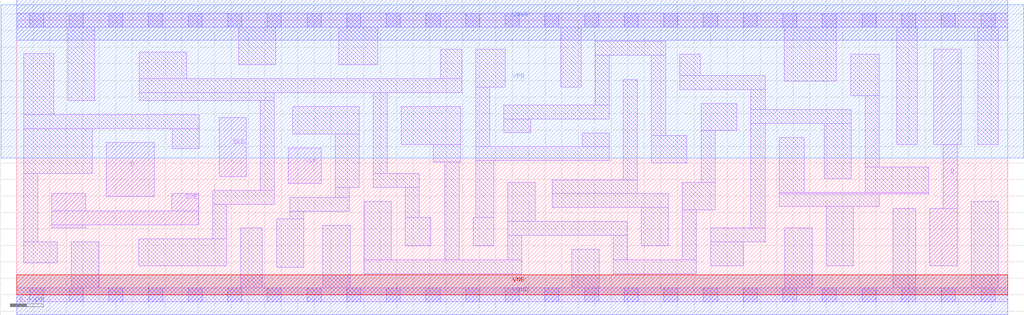
<source format=lef>
# Copyright 2020 The SkyWater PDK Authors
#
# Licensed under the Apache License, Version 2.0 (the "License");
# you may not use this file except in compliance with the License.
# You may obtain a copy of the License at
#
#     https://www.apache.org/licenses/LICENSE-2.0
#
# Unless required by applicable law or agreed to in writing, software
# distributed under the License is distributed on an "AS IS" BASIS,
# WITHOUT WARRANTIES OR CONDITIONS OF ANY KIND, either express or implied.
# See the License for the specific language governing permissions and
# limitations under the License.
#
# SPDX-License-Identifier: Apache-2.0

VERSION 5.7 ;
  NOWIREEXTENSIONATPIN ON ;
  DIVIDERCHAR "/" ;
  BUSBITCHARS "[]" ;
MACRO sky130_fd_sc_hs__sdfxtp_2
  CLASS CORE ;
  FOREIGN sky130_fd_sc_hs__sdfxtp_2 ;
  ORIGIN  0.000000  0.000000 ;
  SIZE  12.00000 BY  3.330000 ;
  SYMMETRY X Y ;
  SITE unit ;
  PIN D
    ANTENNAGATEAREA  0.159000 ;
    DIRECTION INPUT ;
    USE SIGNAL ;
    PORT
      LAYER li1 ;
        RECT 1.085000 1.190000 1.665000 1.845000 ;
    END
  END D
  PIN Q
    ANTENNADIFFAREA  0.576500 ;
    DIRECTION OUTPUT ;
    USE SIGNAL ;
    PORT
      LAYER li1 ;
        RECT 11.055000 0.350000 11.385000 1.050000 ;
        RECT 11.105000 1.820000 11.435000 2.980000 ;
        RECT 11.215000 1.050000 11.385000 1.820000 ;
    END
  END Q
  PIN SCD
    ANTENNAGATEAREA  0.159000 ;
    DIRECTION INPUT ;
    USE SIGNAL ;
    PORT
      LAYER li1 ;
        RECT 2.450000 1.435000 2.780000 2.150000 ;
    END
  END SCD
  PIN SCE
    ANTENNAGATEAREA  0.318000 ;
    DIRECTION INPUT ;
    USE SIGNAL ;
    PORT
      LAYER li1 ;
        RECT 0.425000 0.810000 0.835000 0.850000 ;
        RECT 0.425000 0.850000 2.205000 1.020000 ;
        RECT 0.425000 1.020000 0.835000 1.230000 ;
        RECT 1.875000 1.020000 2.205000 1.230000 ;
    END
  END SCE
  PIN CLK
    ANTENNAGATEAREA  0.279000 ;
    DIRECTION INPUT ;
    USE CLOCK ;
    PORT
      LAYER li1 ;
        RECT 3.290000 1.350000 3.685000 1.780000 ;
    END
  END CLK
  PIN VGND
    DIRECTION INOUT ;
    USE GROUND ;
    PORT
      LAYER met1 ;
        RECT 0.000000 -0.245000 12.000000 0.245000 ;
    END
  END VGND
  PIN VNB
    DIRECTION INOUT ;
    USE GROUND ;
    PORT
      LAYER pwell ;
        RECT 0.000000 0.000000 12.000000 0.245000 ;
    END
  END VNB
  PIN VPB
    DIRECTION INOUT ;
    USE POWER ;
    PORT
      LAYER nwell ;
        RECT -0.190000 1.660000 12.190000 3.520000 ;
    END
  END VPB
  PIN VPWR
    DIRECTION INOUT ;
    USE POWER ;
    PORT
      LAYER met1 ;
        RECT 0.000000 3.085000 12.000000 3.575000 ;
    END
  END VPWR
  OBS
    LAYER li1 ;
      RECT  0.000000 -0.085000 12.000000 0.085000 ;
      RECT  0.000000  3.245000 12.000000 3.415000 ;
      RECT  0.085000  0.390000  0.490000 0.640000 ;
      RECT  0.085000  0.640000  0.255000 1.470000 ;
      RECT  0.085000  1.470000  0.915000 2.015000 ;
      RECT  0.085000  2.015000  2.210000 2.185000 ;
      RECT  0.085000  2.185000  0.445000 2.925000 ;
      RECT  0.615000  2.355000  0.945000 3.245000 ;
      RECT  0.660000  0.085000  0.990000 0.640000 ;
      RECT  1.480000  0.350000  2.545000 0.680000 ;
      RECT  1.485000  2.355000  3.120000 2.450000 ;
      RECT  1.485000  2.450000  5.385000 2.620000 ;
      RECT  1.485000  2.620000  2.060000 2.945000 ;
      RECT  1.880000  1.775000  2.210000 2.015000 ;
      RECT  2.375000  0.680000  2.545000 1.095000 ;
      RECT  2.375000  1.095000  3.120000 1.265000 ;
      RECT  2.685000  2.790000  3.135000 3.245000 ;
      RECT  2.715000  0.085000  2.975000 0.810000 ;
      RECT  2.950000  1.265000  3.120000 2.355000 ;
      RECT  3.145000  0.330000  3.475000 0.920000 ;
      RECT  3.305000  0.920000  3.475000 1.010000 ;
      RECT  3.305000  1.010000  4.025000 1.180000 ;
      RECT  3.340000  1.950000  4.145000 2.280000 ;
      RECT  3.705000  0.085000  4.035000 0.840000 ;
      RECT  3.855000  1.180000  4.025000 1.300000 ;
      RECT  3.855000  1.300000  4.145000 1.950000 ;
      RECT  3.900000  2.790000  4.370000 3.245000 ;
      RECT  4.205000  0.255000  6.115000 0.425000 ;
      RECT  4.205000  0.425000  4.535000 1.130000 ;
      RECT  4.315000  1.300000  4.875000 1.470000 ;
      RECT  4.315000  1.470000  4.485000 2.450000 ;
      RECT  4.655000  1.820000  5.375000 2.280000 ;
      RECT  4.705000  0.595000  5.015000 0.940000 ;
      RECT  4.705000  0.940000  4.875000 1.300000 ;
      RECT  5.045000  1.610000  5.375000 1.820000 ;
      RECT  5.135000  2.620000  5.385000 2.980000 ;
      RECT  5.185000  0.425000  5.355000 1.610000 ;
      RECT  5.525000  0.595000  5.775000 0.940000 ;
      RECT  5.555000  0.940000  5.775000 1.630000 ;
      RECT  5.555000  1.630000  7.175000 1.800000 ;
      RECT  5.555000  1.800000  5.725000 2.520000 ;
      RECT  5.555000  2.520000  5.915000 2.980000 ;
      RECT  5.895000  1.970000  6.225000 2.130000 ;
      RECT  5.895000  2.130000  7.175000 2.300000 ;
      RECT  5.945000  0.425000  6.115000 0.720000 ;
      RECT  5.945000  0.720000  7.390000 0.890000 ;
      RECT  5.945000  0.890000  6.275000 1.360000 ;
      RECT  6.485000  1.060000  7.890000 1.230000 ;
      RECT  6.485000  1.230000  7.515000 1.390000 ;
      RECT  6.585000  2.520000  6.835000 3.245000 ;
      RECT  6.720000  0.085000  7.050000 0.550000 ;
      RECT  6.845000  1.800000  7.175000 1.960000 ;
      RECT  7.005000  2.300000  7.175000 2.905000 ;
      RECT  7.005000  2.905000  7.855000 3.075000 ;
      RECT  7.220000  0.255000  8.230000 0.425000 ;
      RECT  7.220000  0.425000  7.390000 0.720000 ;
      RECT  7.345000  1.390000  7.515000 2.610000 ;
      RECT  7.560000  0.595000  7.890000 1.060000 ;
      RECT  7.685000  1.600000  8.115000 1.930000 ;
      RECT  7.685000  1.930000  7.855000 2.905000 ;
      RECT  8.025000  2.490000  9.060000 2.660000 ;
      RECT  8.025000  2.660000  8.275000 2.920000 ;
      RECT  8.060000  0.425000  8.230000 1.030000 ;
      RECT  8.060000  1.030000  8.455000 1.360000 ;
      RECT  8.285000  1.360000  8.455000 1.990000 ;
      RECT  8.285000  1.990000  8.720000 2.320000 ;
      RECT  8.400000  0.350000  8.795000 0.640000 ;
      RECT  8.400000  0.640000  9.060000 0.810000 ;
      RECT  8.890000  0.810000  9.060000 2.075000 ;
      RECT  8.890000  2.075000 10.105000 2.245000 ;
      RECT  8.890000  2.245000  9.060000 2.490000 ;
      RECT  9.230000  1.070000 10.445000 1.220000 ;
      RECT  9.230000  1.220000 11.045000 1.240000 ;
      RECT  9.230000  1.240000  9.535000 1.905000 ;
      RECT  9.295000  2.590000  9.925000 3.245000 ;
      RECT  9.300000  0.085000  9.630000 0.810000 ;
      RECT  9.775000  1.410000 10.105000 2.075000 ;
      RECT  9.800000  0.350000 10.130000 1.070000 ;
      RECT 10.095000  2.415000 10.445000 2.920000 ;
      RECT 10.275000  1.240000 11.045000 1.550000 ;
      RECT 10.275000  1.550000 10.445000 2.415000 ;
      RECT 10.615000  0.085000 10.885000 1.050000 ;
      RECT 10.655000  1.820000 10.905000 3.245000 ;
      RECT 11.555000  0.085000 11.885000 1.130000 ;
      RECT 11.635000  1.820000 11.885000 3.245000 ;
    LAYER mcon ;
      RECT  0.155000 -0.085000  0.325000 0.085000 ;
      RECT  0.155000  3.245000  0.325000 3.415000 ;
      RECT  0.635000 -0.085000  0.805000 0.085000 ;
      RECT  0.635000  3.245000  0.805000 3.415000 ;
      RECT  1.115000 -0.085000  1.285000 0.085000 ;
      RECT  1.115000  3.245000  1.285000 3.415000 ;
      RECT  1.595000 -0.085000  1.765000 0.085000 ;
      RECT  1.595000  3.245000  1.765000 3.415000 ;
      RECT  2.075000 -0.085000  2.245000 0.085000 ;
      RECT  2.075000  3.245000  2.245000 3.415000 ;
      RECT  2.555000 -0.085000  2.725000 0.085000 ;
      RECT  2.555000  3.245000  2.725000 3.415000 ;
      RECT  3.035000 -0.085000  3.205000 0.085000 ;
      RECT  3.035000  3.245000  3.205000 3.415000 ;
      RECT  3.515000 -0.085000  3.685000 0.085000 ;
      RECT  3.515000  3.245000  3.685000 3.415000 ;
      RECT  3.995000 -0.085000  4.165000 0.085000 ;
      RECT  3.995000  3.245000  4.165000 3.415000 ;
      RECT  4.475000 -0.085000  4.645000 0.085000 ;
      RECT  4.475000  3.245000  4.645000 3.415000 ;
      RECT  4.955000 -0.085000  5.125000 0.085000 ;
      RECT  4.955000  3.245000  5.125000 3.415000 ;
      RECT  5.435000 -0.085000  5.605000 0.085000 ;
      RECT  5.435000  3.245000  5.605000 3.415000 ;
      RECT  5.915000 -0.085000  6.085000 0.085000 ;
      RECT  5.915000  3.245000  6.085000 3.415000 ;
      RECT  6.395000 -0.085000  6.565000 0.085000 ;
      RECT  6.395000  3.245000  6.565000 3.415000 ;
      RECT  6.875000 -0.085000  7.045000 0.085000 ;
      RECT  6.875000  3.245000  7.045000 3.415000 ;
      RECT  7.355000 -0.085000  7.525000 0.085000 ;
      RECT  7.355000  3.245000  7.525000 3.415000 ;
      RECT  7.835000 -0.085000  8.005000 0.085000 ;
      RECT  7.835000  3.245000  8.005000 3.415000 ;
      RECT  8.315000 -0.085000  8.485000 0.085000 ;
      RECT  8.315000  3.245000  8.485000 3.415000 ;
      RECT  8.795000 -0.085000  8.965000 0.085000 ;
      RECT  8.795000  3.245000  8.965000 3.415000 ;
      RECT  9.275000 -0.085000  9.445000 0.085000 ;
      RECT  9.275000  3.245000  9.445000 3.415000 ;
      RECT  9.755000 -0.085000  9.925000 0.085000 ;
      RECT  9.755000  3.245000  9.925000 3.415000 ;
      RECT 10.235000 -0.085000 10.405000 0.085000 ;
      RECT 10.235000  3.245000 10.405000 3.415000 ;
      RECT 10.715000 -0.085000 10.885000 0.085000 ;
      RECT 10.715000  3.245000 10.885000 3.415000 ;
      RECT 11.195000 -0.085000 11.365000 0.085000 ;
      RECT 11.195000  3.245000 11.365000 3.415000 ;
      RECT 11.675000 -0.085000 11.845000 0.085000 ;
      RECT 11.675000  3.245000 11.845000 3.415000 ;
  END
END sky130_fd_sc_hs__sdfxtp_2
END LIBRARY

</source>
